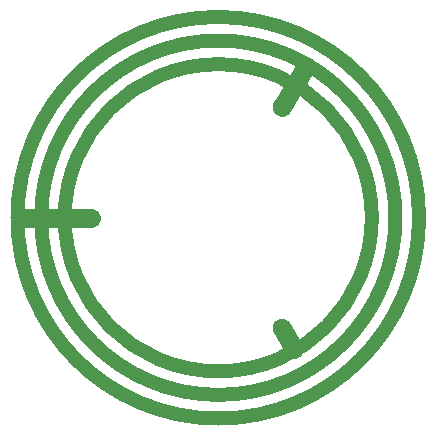
<source format=gbr>
%TF.GenerationSoftware,KiCad,Pcbnew,7.0.10*%
%TF.CreationDate,2024-03-15T11:40:28-04:00*%
%TF.ProjectId,new_base_inner,6e65775f-6261-4736-955f-696e6e65722e,rev?*%
%TF.SameCoordinates,Original*%
%TF.FileFunction,Copper,L1,Top*%
%TF.FilePolarity,Positive*%
%FSLAX46Y46*%
G04 Gerber Fmt 4.6, Leading zero omitted, Abs format (unit mm)*
G04 Created by KiCad (PCBNEW 7.0.10) date 2024-03-15 11:40:28*
%MOMM*%
%LPD*%
G01*
G04 APERTURE LIST*
%TA.AperFunction,NonConductor*%
%ADD10C,1.600000*%
%TD*%
%TA.AperFunction,NonConductor*%
%ADD11C,1.200000*%
%TD*%
%TA.AperFunction,ComponentPad*%
%ADD12C,1.600000*%
%TD*%
G04 APERTURE END LIST*
D10*
X55400000Y-59353000D02*
X56400000Y-61085000D01*
X55400000Y-40647000D02*
X57400000Y-37183000D01*
X39200000Y-50000000D02*
X33200000Y-50000000D01*
D11*
X63000000Y-50000000D02*
G75*
G03*
X37000000Y-50000000I-13000000J0D01*
G01*
X37000000Y-50000000D02*
G75*
G03*
X63000000Y-50000000I13000000J0D01*
G01*
X65000000Y-50000000D02*
G75*
G03*
X35000000Y-50000000I-15000000J0D01*
G01*
X35000000Y-50000000D02*
G75*
G03*
X65000000Y-50000000I15000000J0D01*
G01*
X67000000Y-50000000D02*
G75*
G03*
X33000000Y-50000000I-17000000J0D01*
G01*
X33000000Y-50000000D02*
G75*
G03*
X67000000Y-50000000I17000000J0D01*
G01*
D12*
%TO.P,J104,1,Pin_1*%
%TO.N,N/C*%
X39200000Y-50000000D03*
%TD*%
%TO.P,J106,1,Pin_1*%
%TO.N,N/C*%
X55400000Y-59353000D03*
%TD*%
%TO.P,J105,1,Pin_1*%
%TO.N,N/C*%
X55400000Y-40647000D03*
%TD*%
M02*

</source>
